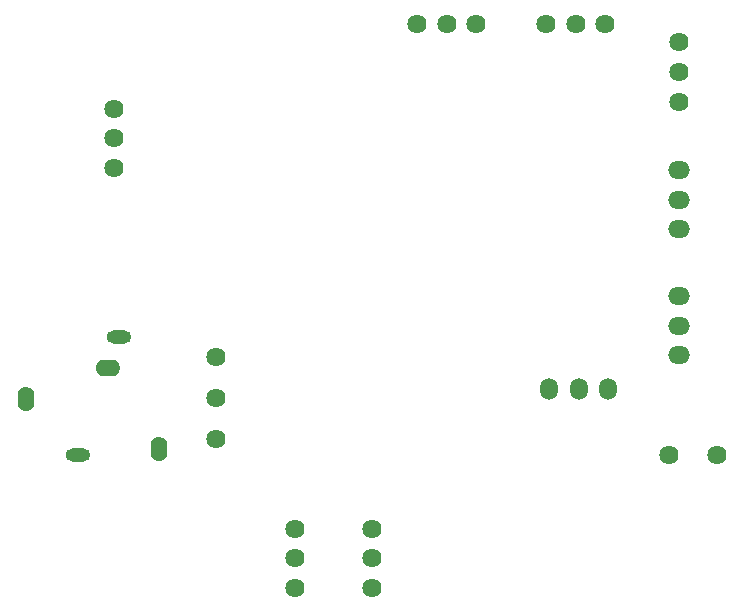
<source format=gbs>
G04 Layer: BottomSolderMaskLayer*
G04 EasyEDA Pro v2.2.43.4, 2025-11-03 20:05:48*
G04 Gerber Generator version 0.3*
G04 Scale: 100 percent, Rotated: No, Reflected: No*
G04 Dimensions in millimeters*
G04 Leading zeros omitted, absolute positions, 4 integers and 5 decimals*
G04 Generated by one-click*
%FSLAX45Y45*%
%MOMM*%
%ADD10C,1.6256*%
%ADD11O,1.85161X1.5016*%
%ADD12O,1.5016X1.85161*%
%ADD13O,1.4016X2.1016*%
%ADD14O,2.1016X1.1016*%
%ADD15O,2.1015X1.4016*%
%ADD16O,2.1016X1.4016*%
G75*


G04 Pad Start*
G54D10*
G01X2730500Y-4813300D03*
G01X2730500Y-5161154D03*
G01X2730500Y-5509134D03*
G01X6972300Y-5638800D03*
G01X6565900Y-5638800D03*
G54D11*
G01X6654797Y-3729802D03*
G01X6654797Y-3479815D03*
G01X6654797Y-3229803D03*
G54D10*
G01X1866900Y-2959113D03*
G01X1866900Y-2709100D03*
G01X1866900Y-3209099D03*
G01X4686313Y-1993900D03*
G01X4436301Y-1993900D03*
G01X4936300Y-1993900D03*
G01X5778513Y-1993900D03*
G01X5528501Y-1993900D03*
G01X6028500Y-1993900D03*
G01X6654800Y-2400300D03*
G01X6654800Y-2146300D03*
G01X6654800Y-2654300D03*
G54D12*
G01X6053902Y-5080003D03*
G01X5803915Y-5080003D03*
G01X5553903Y-5080003D03*
G54D11*
G01X6654797Y-4796602D03*
G01X6654797Y-4546615D03*
G01X6654797Y-4296603D03*
G54D10*
G01X3403587Y-6515100D03*
G01X3403587Y-6265088D03*
G01X3403587Y-6765087D03*
G01X4051300Y-6515113D03*
G01X4051300Y-6265100D03*
G01X4051300Y-6765099D03*
G54D13*
G01X1124077Y-5163500D03*
G54D14*
G01X1564259Y-5643499D03*
G01X1914271Y-4643501D03*
G54D13*
G01X2254123Y-5593499D03*
G54D16*
G01X1814195Y-4903500D03*
G04 Pad End*

M02*


</source>
